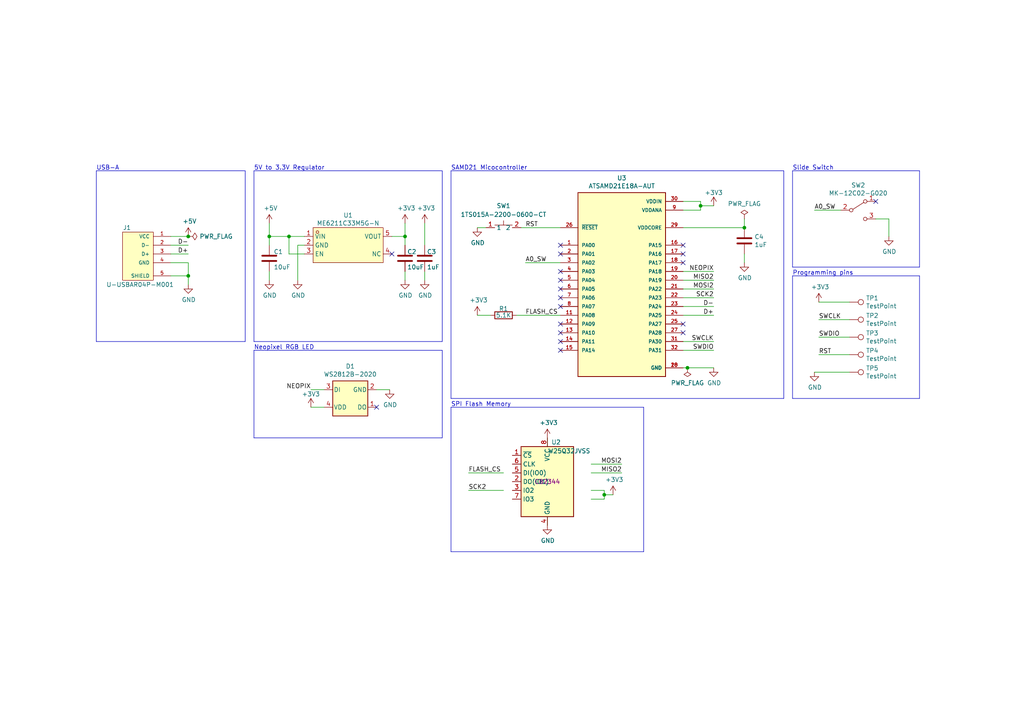
<source format=kicad_sch>
(kicad_sch (version 20230121) (generator eeschema)
  (paper "A4")
  (title_block (title "USB Nova") (date "2022-05-29") (rev "2") (company "Spacehuhn Technologies") (comment 1 "Designed with <3 by Stefan"))
  (lib_symbols
    (symbol "Connector:TestPoint" (pin_numbers hide) (pin_names (offset 0.762) hide)
      (property "Reference" "TP" (at 0 6.858 0))
      (property "Value" "TestPoint" (at 0 5.08 0))
      (symbol "TestPoint_0_1"
        (circle (center 0 3.302) (radius 0.762))
      )
      (symbol "TestPoint_1_1"
        (pin passive line (at 0 0 90) (length 2.54) (name "1") (number "1"))
      )
    )
    (symbol "Device:C" (pin_numbers hide) (pin_names (offset 0.254))
      (property "Reference" "C" (at 0.635 2.54 0))
      (property "Value" "C" (at 0.635 -2.54 0))
      (symbol "C_0_1"
        (polyline (pts (xy -2.032 -0.762) (xy 2.032 -0.762)) (stroke (width 0.508)))
        (polyline (pts (xy -2.032 0.762) (xy 2.032 0.762)) (stroke (width 0.508)))
      )
      (symbol "C_1_1"
        (pin passive line (at 0 3.81 270) (length 2.794) (name "~") (number "1"))
        (pin passive line (at 0 -3.81 90) (length 2.794) (name "~") (number "2"))
      )
    )
    (symbol "Device:R" (pin_numbers hide) (pin_names (offset 0))
      (property "Reference" "R" (at 2.032 0 90))
      (property "Value" "R" (at 0 0 90))
      (symbol "R_0_1"
        (rectangle (start -1.016 -2.54) (end 1.016 2.54) (stroke (width 0.254)))
      )
      (symbol "R_1_1"
        (pin passive line (at 0 3.81 270) (length 1.27) (name "~") (number "1"))
        (pin passive line (at 0 -3.81 90) (length 1.27) (name "~") (number "2"))
      )
    )
    (symbol "Memory_Flash:W25Q32JVSS"
      (property "Reference" "U" (at -6.35 11.43 0))
      (property "Value" "W25Q32JVSS" (at 7.62 11.43 0))
      (property "MPN" "C82344" (at 0 0 0))
      (symbol "W25Q32JVSS_0_1"
        (rectangle (start -7.62 10.16) (end 7.62 -10.16) (stroke (width 0.254)) (fill (type background)))
      )
      (symbol "W25Q32JVSS_1_1"
        (pin input line (at -10.16 7.62 0) (length 2.54) (name "~{CS}") (number "1"))
        (pin bidirectional line (at -10.16 0 0) (length 2.54) (name "DO(IO1)") (number "2"))
        (pin bidirectional line (at -10.16 -2.54 0) (length 2.54) (name "IO2") (number "3"))
        (pin power_in line (at 0 -12.7 90) (length 2.54) (name "GND") (number "4"))
        (pin bidirectional line (at -10.16 2.54 0) (length 2.54) (name "DI(IO0)") (number "5"))
        (pin input line (at -10.16 5.08 0) (length 2.54) (name "CLK") (number "6"))
        (pin bidirectional line (at -10.16 -5.08 0) (length 2.54) (name "IO3") (number "7"))
        (pin power_in line (at 0 12.7 270) (length 2.54) (name "VCC") (number "8"))
      )
    )
    (symbol "_mykicadlib:ATSAMD21E18A-AUT" (pin_names (offset 1.016))
      (property "Reference" "U3" (at 0 29.6418 0))
      (property "Value" "ATSAMD21E18A-AUT" (at 0 27.3304 0))
      (symbol "ATSAMD21E18A-AUT_0_0"
        (rectangle (start -12.7 -27.94) (end 12.7 25.4) (stroke (width 0.254)) (fill (type background)))
        (pin bidirectional line (at -17.78 10.16 0) (length 5.08) (name "PA00") (number "1"))
        (pin power_in line (at 17.78 -25.4 180) (length 5.08) (name "GND") (number "10"))
        (pin bidirectional line (at -17.78 -10.16 0) (length 5.08) (name "PA08") (number "11"))
        (pin bidirectional line (at -17.78 -12.7 0) (length 5.08) (name "PA09") (number "12"))
        (pin bidirectional line (at -17.78 -15.24 0) (length 5.08) (name "PA10") (number "13"))
        (pin bidirectional line (at -17.78 -17.78 0) (length 5.08) (name "PA11") (number "14"))
        (pin bidirectional line (at -17.78 -20.32 0) (length 5.08) (name "PA14") (number "15"))
        (pin bidirectional line (at 17.78 10.16 180) (length 5.08) (name "PA15") (number "16"))
        (pin bidirectional line (at 17.78 7.62 180) (length 5.08) (name "PA16") (number "17"))
        (pin bidirectional line (at 17.78 5.08 180) (length 5.08) (name "PA17") (number "18"))
        (pin bidirectional line (at 17.78 2.54 180) (length 5.08) (name "PA18") (number "19"))
        (pin bidirectional line (at -17.78 7.62 0) (length 5.08) (name "PA01") (number "2"))
        (pin bidirectional line (at 17.78 0 180) (length 5.08) (name "PA19") (number "20"))
        (pin bidirectional line (at 17.78 -2.54 180) (length 5.08) (name "PA22") (number "21"))
        (pin bidirectional line (at 17.78 -5.08 180) (length 5.08) (name "PA23") (number "22"))
        (pin bidirectional line (at 17.78 -7.62 180) (length 5.08) (name "PA24") (number "23"))
        (pin bidirectional line (at 17.78 -10.16 180) (length 5.08) (name "PA25") (number "24"))
        (pin bidirectional line (at 17.78 -12.7 180) (length 5.08) (name "PA27") (number "25"))
        (pin input line (at -17.78 15.24 0) (length 5.08) (name "~{RESET}") (number "26"))
        (pin bidirectional line (at 17.78 -15.24 180) (length 5.08) (name "PA28") (number "27"))
        (pin power_in line (at 17.78 -25.4 180) (length 5.08) (name "GND") (number "28"))
        (pin power_in line (at 17.78 15.24 180) (length 5.08) (name "VDDCORE") (number "29"))
        (pin bidirectional line (at -17.78 5.08 0) (length 5.08) (name "PA02") (number "3"))
        (pin power_in line (at 17.78 22.86 180) (length 5.08) (name "VDDIN") (number "30"))
        (pin bidirectional line (at 17.78 -17.78 180) (length 5.08) (name "PA30") (number "31"))
        (pin bidirectional line (at 17.78 -20.32 180) (length 5.08) (name "PA31") (number "32"))
        (pin bidirectional line (at -17.78 2.54 0) (length 5.08) (name "PA03") (number "4"))
        (pin bidirectional line (at -17.78 0 0) (length 5.08) (name "PA04") (number "5"))
        (pin bidirectional line (at -17.78 -2.54 0) (length 5.08) (name "PA05") (number "6"))
        (pin bidirectional line (at -17.78 -5.08 0) (length 5.08) (name "PA06") (number "7"))
        (pin bidirectional line (at -17.78 -7.62 0) (length 5.08) (name "PA07") (number "8"))
        (pin power_in line (at 17.78 20.32 180) (length 5.08) (name "VDDANA") (number "9"))
      )
    )
    (symbol "_mykicadlib:ME6211C33M5G-N"
      (property "Reference" "U" (at 0 7.62 0))
      (property "Value" "ME6211C33M5G-N" (at 0 -7.62 0))
      (symbol "ME6211C33M5G-N_0_1"
        (rectangle (start -10.16 5.08) (end 10.16 -5.08) (fill (type background)))
        (circle (center -8.89 3.81) (radius 0.38))
        (pin unspecified line (at -12.7 2.54 0) (length 2.54) (name "VIN") (number "1"))
        (pin unspecified line (at -12.7 0 0) (length 2.54) (name "GND") (number "2"))
        (pin unspecified line (at -12.7 -2.54 0) (length 2.54) (name "EN") (number "3"))
        (pin unspecified line (at 12.7 -2.54 180) (length 2.54) (name "NC") (number "4"))
        (pin unspecified line (at 12.7 2.54 180) (length 2.54) (name "VOUT") (number "5"))
      )
    )
    (symbol "_mykicadlib:SW_1TS015A-2200-0600-CT"
      (property "Reference" "SW1" (at 0 5.6048 0))
      (property "Value" "1TS015A-2200-0600-CT" (at 0 3.0679 0))
      (symbol "SW_1TS015A-2200-0600-CT_0_1"
        (polyline (pts (xy -5.08 0) (xy -3.048 0)))
        (polyline (pts (xy 0 2.032) (xy 0 0.762)))
        (polyline (pts (xy 2.54 0.762) (xy -2.54 0.762)))
        (polyline (pts (xy 5.08 0) (xy 2.794 0)))
        (pin unspecified line (at -5.08 0 0) (length 2.54) (name "1") (number "1"))
        (pin unspecified line (at 5.08 0 180) (length 2.54) (name "2") (number "2"))
      )
    )
    (symbol "_mykicadlib:SW_MK-12C02-G020" (pin_names (offset 0) hide)
      (property "Reference" "SW2" (at 0 7.239 0))
      (property "Value" "MK-12C02-G020" (at 0 4.9276 0))
      (symbol "SW_MK-12C02-G020_0_0"
        (circle (center -2.032 0) (radius 0.508))
        (circle (center 2.032 -2.54) (radius 0.508))
      )
      (symbol "SW_MK-12C02-G020_0_1"
        (polyline (pts (xy -1.524 0.254) (xy 1.651 2.286)))
        (circle (center 2.032 2.54) (radius 0.508))
      )
      (symbol "SW_MK-12C02-G020_1_1"
        (pin passive line (at 5.08 2.54 180) (length 2.54) (name "A") (number "1"))
        (pin passive line (at -5.08 0 0) (length 2.54) (name "B") (number "2"))
        (pin passive line (at 5.08 -2.54 180) (length 2.54) (name "C") (number "3"))
      )
    )
    (symbol "_mykicadlib:USB-A_Plug_THT_U-USBAR04P-M001" (pin_names (offset 1.016))
      (property "Reference" "J1" (at -2.54 7.62 0))
      (property "Value" "U-USBAR04P-M001" (at 1.27 -8.89 0))
      (symbol "USB-A_Plug_THT_U-USBAR04P-M001_0_0"
        (rectangle (start -3.81 6.35) (end 5.08 -7.62) (fill (type background)))
        (pin power_in line (at 10.16 5.08 180) (length 5.08) (name "VCC") (number "1"))
        (pin bidirectional line (at 10.16 2.54 180) (length 5.08) (name "D-") (number "2"))
        (pin bidirectional line (at 10.16 0 180) (length 5.08) (name "D+") (number "3"))
        (pin power_in line (at 10.16 -2.54 180) (length 5.08) (name "GND") (number "4"))
        (pin passive line (at 10.16 -6.35 180) (length 5.08) (name "SHIELD") (number "5"))
      )
    )
    (symbol "_mykicadlib:WS2812B-2020" (pin_names (offset 0.254))
      (property "Reference" "LED1" (at 0 8.89 0))
      (property "Value" "WS2812B-2020" (at 0 6.35 0))
      (symbol "WS2812B-2020_0_1"
        (rectangle (start 5.08 5.08) (end -5.08 -5.08) (stroke (width 0.254)) (fill (type background)))
      )
      (symbol "WS2812B-2020_1_1"
        (pin output line (at 7.62 -2.54 180) (length 2.54) (name "DO") (number "1"))
        (pin power_in line (at 7.62 2.54 180) (length 2.54) (name "GND") (number "2"))
        (pin input line (at -7.62 2.54 0) (length 2.54) (name "DI") (number "3"))
        (pin power_in line (at -7.62 -2.54 0) (length 2.54) (name "VDD") (number "4"))
      )
    )
    (symbol "power:+3V3" (power) (pin_names (offset 0))
      (property "Value" "+3V3" (at 0 3.556 0))
      (symbol "+3V3_0_1"
        (polyline (pts (xy -0.762 1.27) (xy 0 2.54)))
        (polyline (pts (xy 0 0) (xy 0 2.54)))
        (polyline (pts (xy 0 2.54) (xy 0.762 1.27)))
      )
      (symbol "+3V3_1_1"
        (pin power_in line (at 0 0 90) (length 0) hide (name "+3V3") (number "1"))
      )
    )
    (symbol "power:+5V" (power) (pin_names (offset 0))
      (property "Value" "+5V" (at 0 3.556 0))
      (symbol "+5V_0_1"
        (polyline (pts (xy -0.762 1.27) (xy 0 2.54)))
        (polyline (pts (xy 0 0) (xy 0 2.54)))
        (polyline (pts (xy 0 2.54) (xy 0.762 1.27)))
      )
      (symbol "+5V_1_1"
        (pin power_in line (at 0 0 90) (length 0) hide (name "+5V") (number "1"))
      )
    )
    (symbol "power:GND" (power) (pin_names (offset 0))
      (property "Value" "GND" (at 0 -3.81 0))
      (symbol "GND_0_1"
        (polyline (pts (xy 0 0) (xy 0 -1.27) (xy 1.27 -1.27) (xy 0 -2.54) (xy -1.27 -1.27) (xy 0 -1.27)))
      )
      (symbol "GND_1_1"
        (pin power_in line (at 0 0 270) (length 0) hide (name "GND") (number "1"))
      )
    )
    (symbol "power:PWR_FLAG" (power) (pin_numbers hide) (pin_names (offset 0) hide)
      (property "Value" "PWR_FLAG" (at 0 3.81 0))
      (symbol "PWR_FLAG_0_0"
        (pin power_out line (at 0 0 90) (length 0) (name "pwr") (number "1"))
      )
      (symbol "PWR_FLAG_0_1"
        (polyline (pts (xy 0 0) (xy 0 1.27) (xy -1.016 1.905) (xy 0 2.54) (xy 1.016 1.905) (xy 0 1.27)))
      )
    )
  )
  (junction (at 203.2 59.69))
  (junction (at 83.82 68.58))
  (junction (at 54.61 80.01))
  (junction (at 199.39 106.68))
  (junction (at 54.61 68.58))
  (junction (at 175.26 143.51))
  (junction (at 117.475 68.58))
  (junction (at 78.105 68.58))
  (junction (at 215.9 66.04))
  (no_connect (at 254 58.42))
  (no_connect (at 162.56 71.12))
  (no_connect (at 162.56 73.66))
  (no_connect (at 198.12 73.66))
  (no_connect (at 162.56 86.36))
  (no_connect (at 198.12 71.12))
  (no_connect (at 198.12 96.52))
  (no_connect (at 162.56 83.82))
  (no_connect (at 198.12 76.2))
  (no_connect (at 162.56 88.9))
  (no_connect (at 162.56 93.98))
  (no_connect (at 198.12 93.98))
  (no_connect (at 162.56 101.6))
  (no_connect (at 162.56 99.06))
  (no_connect (at 109.22 118.11))
  (no_connect (at 113.665 73.66))
  (no_connect (at 162.56 96.52))
  (no_connect (at 162.56 78.74))
  (no_connect (at 162.56 81.28))
  (wire (pts (xy 171.45 144.78) (xy 175.26 144.78)))
  (wire (pts (xy 198.12 83.82) (xy 207.01 83.82)))
  (wire (pts (xy 78.105 68.58) (xy 78.105 71.12)))
  (polyline (pts (xy 266.7 115.57) (xy 229.87 115.57)))
  (polyline (pts (xy 227.33 115.57) (xy 227.33 49.53)))
  (wire (pts (xy 158.75 129.54) (xy 158.75 127)))
  (polyline (pts (xy 130.81 118.11) (xy 186.69 118.11)))
  (wire (pts (xy 175.26 144.78) (xy 175.26 143.51)))
  (polyline (pts (xy 229.87 49.53) (xy 229.87 77.47)))
  (polyline (pts (xy 73.66 49.53) (xy 73.66 99.06)))
  (wire (pts (xy 246.38 102.87) (xy 237.49 102.87)))
  (polyline (pts (xy 71.12 49.53) (xy 71.12 99.06)))
  (polyline (pts (xy 27.94 49.53) (xy 71.12 49.53)))
  (wire (pts (xy 109.22 113.03) (xy 113.03 113.03)))
  (wire (pts (xy 158.75 152.4) (xy 158.75 149.86)))
  (wire (pts (xy 257.81 63.5) (xy 257.81 68.58)))
  (wire (pts (xy 54.61 76.2) (xy 54.61 80.01)))
  (polyline (pts (xy 128.27 101.6) (xy 73.66 101.6)))
  (wire (pts (xy 49.53 80.01) (xy 54.61 80.01)))
  (wire (pts (xy 117.475 68.58) (xy 117.475 71.12)))
  (wire (pts (xy 198.12 81.28) (xy 207.01 81.28)))
  (wire (pts (xy 54.61 80.01) (xy 54.61 82.55)))
  (wire (pts (xy 203.2 59.69) (xy 207.01 59.69)))
  (wire (pts (xy 171.45 137.16) (xy 180.34 137.16)))
  (wire (pts (xy 246.38 107.95) (xy 236.22 107.95)))
  (wire (pts (xy 171.45 134.62) (xy 180.34 134.62)))
  (polyline (pts (xy 27.94 99.06) (xy 27.94 49.53)))
  (wire (pts (xy 151.13 66.04) (xy 162.56 66.04)))
  (polyline (pts (xy 71.12 99.06) (xy 27.94 99.06)))
  (wire (pts (xy 152.4 76.2) (xy 162.56 76.2)))
  (wire (pts (xy 198.12 86.36) (xy 207.01 86.36)))
  (wire (pts (xy 78.105 81.28) (xy 78.105 78.74)))
  (wire (pts (xy 171.45 142.24) (xy 175.26 142.24)))
  (wire (pts (xy 93.98 113.03) (xy 90.17 113.03)))
  (polyline (pts (xy 130.81 160.02) (xy 130.81 118.11)))
  (polyline (pts (xy 229.87 77.47) (xy 266.7 77.47)))
  (wire (pts (xy 215.9 73.66) (xy 215.9 76.2)))
  (wire (pts (xy 83.82 73.66) (xy 88.265 73.66)))
  (polyline (pts (xy 266.7 49.53) (xy 229.87 49.53)))
  (wire (pts (xy 78.105 64.77) (xy 78.105 68.58)))
  (wire (pts (xy 117.475 64.77) (xy 117.475 68.58)))
  (wire (pts (xy 83.82 68.58) (xy 83.82 73.66)))
  (wire (pts (xy 246.38 97.79) (xy 237.49 97.79)))
  (polyline (pts (xy 130.81 49.53) (xy 130.81 115.57)))
  (polyline (pts (xy 229.87 80.01) (xy 266.7 80.01)))
  (wire (pts (xy 198.12 99.06) (xy 207.01 99.06)))
  (polyline (pts (xy 73.66 101.6) (xy 73.66 127)))
  (wire (pts (xy 138.43 66.04) (xy 140.97 66.04)))
  (wire (pts (xy 175.26 142.24) (xy 175.26 143.51)))
  (wire (pts (xy 198.12 66.04) (xy 215.9 66.04)))
  (polyline (pts (xy 130.81 115.57) (xy 227.33 115.57)))
  (wire (pts (xy 246.38 92.71) (xy 237.49 92.71)))
  (wire (pts (xy 90.17 118.11) (xy 93.98 118.11)))
  (wire (pts (xy 49.53 73.66) (xy 54.61 73.66)))
  (polyline (pts (xy 73.66 127) (xy 128.27 127)))
  (wire (pts (xy 78.105 68.58) (xy 83.82 68.58)))
  (wire (pts (xy 246.38 87.63) (xy 237.49 87.63)))
  (wire (pts (xy 203.2 58.42) (xy 203.2 59.69)))
  (polyline (pts (xy 128.27 49.53) (xy 73.66 49.53)))
  (wire (pts (xy 198.12 101.6) (xy 207.01 101.6)))
  (wire (pts (xy 198.12 88.9) (xy 207.01 88.9)))
  (wire (pts (xy 135.89 137.16) (xy 146.05 137.16)))
  (wire (pts (xy 123.19 64.77) (xy 123.19 71.12)))
  (wire (pts (xy 86.36 71.12) (xy 86.36 81.28)))
  (polyline (pts (xy 130.81 160.02) (xy 186.69 160.02)))
  (wire (pts (xy 83.82 68.58) (xy 88.265 68.58)))
  (wire (pts (xy 142.24 91.44) (xy 138.43 91.44)))
  (wire (pts (xy 146.05 142.24) (xy 135.89 142.24)))
  (wire (pts (xy 198.12 78.74) (xy 207.01 78.74)))
  (wire (pts (xy 199.39 106.68) (xy 207.01 106.68)))
  (wire (pts (xy 198.12 106.68) (xy 199.39 106.68)))
  (wire (pts (xy 254 63.5) (xy 257.81 63.5)))
  (wire (pts (xy 54.61 71.12) (xy 49.53 71.12)))
  (wire (pts (xy 88.265 71.12) (xy 86.36 71.12)))
  (wire (pts (xy 243.84 60.96) (xy 236.22 60.96)))
  (wire (pts (xy 198.12 91.44) (xy 207.01 91.44)))
  (polyline (pts (xy 266.7 49.53) (xy 266.7 77.47)))
  (wire (pts (xy 203.2 59.69) (xy 203.2 60.96)))
  (wire (pts (xy 49.53 76.2) (xy 54.61 76.2)))
  (wire (pts (xy 198.12 58.42) (xy 203.2 58.42)))
  (wire (pts (xy 149.86 91.44) (xy 162.56 91.44)))
  (polyline (pts (xy 229.87 115.57) (xy 229.87 80.01)))
  (wire (pts (xy 123.19 81.28) (xy 123.19 78.74)))
  (wire (pts (xy 215.9 63.5) (xy 215.9 66.04)))
  (polyline (pts (xy 128.27 99.06) (xy 128.27 49.53)))
  (wire (pts (xy 175.26 143.51) (xy 177.8 143.51)))
  (polyline (pts (xy 266.7 80.01) (xy 266.7 115.57)))
  (wire (pts (xy 117.475 81.28) (xy 117.475 78.74)))
  (wire (pts (xy 49.53 68.58) (xy 54.61 68.58)))
  (wire (pts (xy 198.12 60.96) (xy 203.2 60.96)))
  (polyline (pts (xy 186.69 118.11) (xy 186.69 160.02)))
  (polyline (pts (xy 227.33 49.53) (xy 130.81 49.53)))
  (wire (pts (xy 113.665 68.58) (xy 117.475 68.58)))
  (polyline (pts (xy 128.27 127) (xy 128.27 101.6)))
  (polyline (pts (xy 73.66 99.06) (xy 128.27 99.06)))
  (text "Neopixel RGB LED" (at 73.66 101.6 0) (effects (font (size 1.27 1.27)) (justify left bottom)))
  (text "USB-A" (at 27.94 49.53 0) (effects (font (size 1.27 1.27)) (justify left bottom)))
  (text "SAMD21 Micocontroller\n" (at 130.81 49.53 0) (effects (font (size 1.27 1.27)) (justify left bottom)))
  (text "Slide Switch" (at 229.87 49.53 0) (effects (font (size 1.27 1.27)) (justify left bottom)))
  (text "Programming pins" (at 229.87 80.01 0) (effects (font (size 1.27 1.27)) (justify left bottom)))
  (text "5V to 3.3V Regulator" (at 73.66 49.53 0) (effects (font (size 1.27 1.27)) (justify left bottom)))
  (text "SPI Flash Memory" (at 130.81 118.11 0) (effects (font (size 1.27 1.27)) (justify left bottom)))
  (label "MOSI2" (at 180.34 134.62 180))
  (label "SWCLK" (at 207.01 99.06 180))
  (label "SWCLK" (at 237.49 92.71 0))
  (label "FLASH_CS" (at 152.4 91.44 0))
  (label "RST" (at 152.4 66.04 0))
  (label "FLASH_CS" (at 135.89 137.16 0))
  (label "SCK2" (at 207.01 86.36 180))
  (label "MOSI2" (at 207.01 83.82 180))
  (label "D+" (at 54.61 73.66 180))
  (label "D-" (at 54.61 71.12 180))
  (label "SWDIO" (at 237.49 97.79 0))
  (label "A0_SW" (at 152.4 76.2 0))
  (label "NEOPIX" (at 207.01 78.74 180))
  (label "MISO2" (at 207.01 81.28 180))
  (label "D-" (at 207.01 88.9 180))
  (label "SCK2" (at 135.89 142.24 0))
  (label "SWDIO" (at 207.01 101.6 180))
  (label "RST" (at 237.49 102.87 0))
  (label "MISO2" (at 180.34 137.16 180))
  (label "D+" (at 207.01 91.44 180))
  (label "NEOPIX" (at 90.17 113.03 180))
  (label "A0_SW" (at 236.22 60.96 0))
  (symbol (lib_id "_mykicadlib:USB-A_Plug_THT_U-USBAR04P-M001") (at 39.37 73.66 0) (unit 1)
    (property "Reference" "J1" (at 36.83 66.04 0))
    (property "Value" "U-USBAR04P-M001" (at 40.64 82.55 0))
    (property "Footprint" "_mykicadlib:USB-A_Plug_THT_U-USBAR04P-M001" (effects hide))
    (property "Datasheet" "https://datasheet.lcsc.com/lcsc/1811131820_Korean-Hroparts-Elec-U-G-O4DD-W-1_C98125.pdf" (effects hide))
    (property "Part#" "U-USBAR04P-M001" (effects hide))
    (property "MPN" "C386753" (effects hide))
  )
  (symbol (lib_id "_mykicadlib:ME6211C33M5G-N") (at 100.965 71.12 0) (unit 1)
    (property "Reference" "U1" (at 100.965 62.4332 0))
    (property "Value" "ME6211C33M5G-N" (at 100.965 64.7446 0))
    (property "Footprint" "_mykicadlib:SOT-25-5_ME6211C33M5G" (effects hide))
    (property "Datasheet" "https://lcsc.com/product-detail/Low-Dropout-Regulators-LDO_DIODES_AP2112K-3-3TRG1_AP2112K-3-3TRG1_C51118.html" (effects hide))
    (property "LCSC#" "C82942" (effects hide))
    (property "MPN" "C82942" (effects hide))
  )
  (symbol (lib_id "_mykicadlib:WS2812B-2020") (at 101.6 115.57 0) (unit 1)
    (property "Reference" "D1" (at 101.6 106.2482 0))
    (property "Value" "WS2812B-2020" (at 101.6 108.5596 0))
    (property "Footprint" "_mykicadlib:LED-SMD_4P-L2.0-W2.0-TL_WS2812B-2020" (effects hide))
    (property "Datasheet" "https://datasheet.lcsc.com/lcsc/2012110135_Worldsemi-WS2812B-2020_C965555.pdf" (effects hide))
    (property "LCSC#" "C965555" (effects hide))
    (property "Part#" "WS2812B-2020" (effects hide))
    (property "MPN" "C965555" (effects hide))
  )
  (symbol (lib_id "_mykicadlib:ATSAMD21E18A-AUT") (at 180.34 81.28 0) (unit 1)
    (property "Reference" "U3" (at 180.34 51.6382 0))
    (property "Value" "ATSAMD21E18A-AUT" (at 180.34 53.9496 0))
    (property "Footprint" "_mykicadlib:ATSAMD21E18A-AUT" (effects hide))
    (property "Datasheet" "https://www.mouser.de/datasheet/2/268/mchp_s_a0010084422_1-2274877.pdf" (effects hide))
    (property "Part#" "ATSAMD21E18A-AU" (effects hide))
    (property "Mouser#" "556-ATSAMD21E18A-AU " (effects hide))
    (property "Digikey#" "ATSAMD21E18A-AU-ND" (effects hide))
    (property "LCSC#" "C1339245" (effects hide))
    (property "MPN" "C1339245" (effects hide))
  )
  (symbol (lib_id "power:GND") (at 54.61 82.55 0) (unit 1)
    (property "Reference" "#PWR02" (effects hide))
    (property "Value" "GND" (at 54.737 86.9442 0))
  )
  (symbol (lib_id "power:+3V3") (at 90.17 118.11 0) (unit 1)
    (property "Reference" "#PWR05" (effects hide))
    (property "Value" "+3V3" (at 90.17 114.3 0))
  )
  (symbol (lib_id "power:GND") (at 113.03 113.03 0) (unit 1)
    (property "Reference" "#PWR09" (effects hide))
    (property "Value" "GND" (at 113.157 117.4242 0))
  )
  (symbol (lib_id "Memory_Flash:W25Q32JVSS") (at 158.75 139.7 0) (unit 1)
    (property "Reference" "U2" (at 161.29 128.27 0))
    (property "Value" "W25Q32JVSS" (at 165.1 130.81 0))
    (property "Footprint" "_mykicadlib:SOIC-8_5.23x5.23mm_P1.27mm" (effects hide))
    (property "Datasheet" "http://www.winbond.com/resource-files/w25q32jv%20revg%2003272018%20plus.pdf" (effects hide))
    (property "MPN" "C82344" (at 158.75 139.7 0))
  )
  (symbol (lib_id "power:GND") (at 158.75 152.4 0) (unit 1)
    (property "Reference" "#PWR015" (effects hide))
    (property "Value" "GND" (at 158.877 156.7942 0))
  )
  (symbol (lib_id "power:+3V3") (at 158.75 127 0) (unit 1)
    (property "Reference" "#PWR014" (effects hide))
    (property "Value" "+3V3" (at 159.131 122.6058 0))
  )
  (symbol (lib_id "power:GND") (at 86.36 81.28 0) (unit 1)
    (property "Reference" "#PWR06" (effects hide))
    (property "Value" "GND" (at 86.487 85.6742 0))
  )
  (symbol (lib_id "power:+3V3") (at 117.475 64.77 0) (unit 1)
    (property "Reference" "#PWR07" (effects hide))
    (property "Value" "+3V3" (at 117.856 60.3758 0))
  )
  (symbol (lib_id "Device:C") (at 117.475 74.93 0) (unit 1)
    (property "Reference" "C2" (at 118.11 73.025 0) (effects (justify left)))
    (property "Value" "10uF" (at 118.11 77.47 0) (effects (justify left)))
    (property "Footprint" "Capacitor_SMD:C_0603_1608Metric" (effects hide))
  )
  (symbol (lib_id "Device:C") (at 123.19 74.93 0) (unit 1)
    (property "Reference" "C3" (at 123.825 73.025 0) (effects (justify left)))
    (property "Value" "1uF" (at 123.825 77.47 0) (effects (justify left)))
    (property "Footprint" "Capacitor_SMD:C_0603_1608Metric" (effects hide))
  )
  (symbol (lib_id "Device:C") (at 78.105 74.93 0) (unit 1)
    (property "Reference" "C1" (at 79.375 73.025 0) (effects (justify left)))
    (property "Value" "10uF" (at 79.375 77.47 0) (effects (justify left)))
    (property "Footprint" "Capacitor_SMD:C_0603_1608Metric" (effects hide))
  )
  (symbol (lib_id "power:GND") (at 117.475 81.28 0) (unit 1)
    (property "Reference" "#PWR08" (effects hide))
    (property "Value" "GND" (at 117.602 85.6742 0))
  )
  (symbol (lib_id "power:GND") (at 123.19 81.28 0) (unit 1)
    (property "Reference" "#PWR011" (effects hide))
    (property "Value" "GND" (at 123.317 85.6742 0))
  )
  (symbol (lib_id "power:GND") (at 78.105 81.28 0) (unit 1)
    (property "Reference" "#PWR04" (effects hide))
    (property "Value" "GND" (at 78.232 85.6742 0))
  )
  (symbol (lib_id "power:+3V3") (at 123.19 64.77 0) (unit 1)
    (property "Reference" "#PWR010" (effects hide))
    (property "Value" "+3V3" (at 123.571 60.3758 0))
  )
  (symbol (lib_id "power:+5V") (at 78.105 64.77 0) (unit 1)
    (property "Reference" "#PWR03" (effects hide))
    (property "Value" "+5V" (at 78.486 60.3758 0))
  )
  (symbol (lib_id "power:+3V3") (at 177.8 143.51 0) (unit 1)
    (property "Reference" "#PWR016" (effects hide))
    (property "Value" "+3V3" (at 178.181 139.1158 0))
  )
  (symbol (lib_id "power:GND") (at 207.01 106.68 0) (unit 1)
    (property "Reference" "#PWR020" (effects hide))
    (property "Value" "GND" (at 207.137 111.0742 0))
  )
  (symbol (lib_id "Device:C") (at 215.9 69.85 0) (unit 1)
    (property "Reference" "C4" (at 218.821 68.6816 0) (effects (justify left)))
    (property "Value" "1uF" (at 218.821 70.993 0) (effects (justify left)))
    (property "Footprint" "Capacitor_SMD:C_0603_1608Metric" (effects hide))
  )
  (symbol (lib_id "power:GND") (at 215.9 76.2 0) (unit 1)
    (property "Reference" "#PWR021" (effects hide))
    (property "Value" "GND" (at 216.027 80.5942 0))
  )
  (symbol (lib_id "power:+3V3") (at 207.01 59.69 0) (unit 1)
    (property "Reference" "#PWR019" (effects hide))
    (property "Value" "+3V3" (at 207.01 55.88 0))
  )
  (symbol (lib_id "Device:R") (at 146.05 91.44 270) (unit 1)
    (property "Reference" "R1" (at 146.05 89.535 90))
    (property "Value" "5.1K" (at 146.05 91.44 90))
    (property "Footprint" "Resistor_SMD:R_0603_1608Metric" (effects hide))
  )
  (symbol (lib_id "power:+3V3") (at 138.43 91.44 0) (unit 1)
    (property "Reference" "#PWR013" (effects hide))
    (property "Value" "+3V3" (at 138.811 87.0458 0))
  )
  (symbol (lib_id "power:GND") (at 138.43 66.04 0) (unit 1)
    (property "Reference" "#PWR012" (effects hide))
    (property "Value" "GND" (at 138.557 70.4342 0))
  )
  (symbol (lib_id "power:+5V") (at 54.61 68.58 0) (unit 1)
    (property "Reference" "#PWR01" (effects hide))
    (property "Value" "+5V" (at 54.991 64.1858 0))
  )
  (symbol (lib_id "power:GND") (at 257.81 68.58 0) (unit 1)
    (property "Reference" "#PWR024" (effects hide))
    (property "Value" "GND" (at 257.937 72.9742 0))
  )
  (symbol (lib_id "Connector:TestPoint") (at 246.38 87.63 270) (unit 1) (in_bom no)
    (property "Reference" "TP1" (at 251.1552 86.4616 90) (effects (justify left)))
    (property "Value" "TestPoint" (at 251.1552 88.773 90) (effects (justify left)))
    (property "Footprint" "TestPoint:TestPoint_Pad_D1.5mm" (effects hide))
  )
  (symbol (lib_id "Connector:TestPoint") (at 246.38 92.71 270) (unit 1) (in_bom no)
    (property "Reference" "TP2" (at 251.1552 91.5416 90) (effects (justify left)))
    (property "Value" "TestPoint" (at 251.1552 93.853 90) (effects (justify left)))
    (property "Footprint" "TestPoint:TestPoint_Pad_D1.5mm" (effects hide))
  )
  (symbol (lib_id "Connector:TestPoint") (at 246.38 97.79 270) (unit 1)
    (property "Reference" "TP3" (at 251.1552 96.6216 90) (effects (justify left)))
    (property "Value" "TestPoint" (at 251.1552 98.933 90) (effects (justify left)))
    (property "Footprint" "TestPoint:TestPoint_Pad_D1.5mm" (effects hide))
  )
  (symbol (lib_id "Connector:TestPoint") (at 246.38 102.87 270) (unit 1)
    (property "Reference" "TP4" (at 251.1552 101.7016 90) (effects (justify left)))
    (property "Value" "TestPoint" (at 251.1552 104.013 90) (effects (justify left)))
    (property "Footprint" "TestPoint:TestPoint_Pad_D1.5mm" (effects hide))
  )
  (symbol (lib_id "power:GND") (at 236.22 107.95 0) (unit 1)
    (property "Reference" "#PWR018" (effects hide))
    (property "Value" "GND" (at 236.347 112.3442 0))
  )
  (symbol (lib_id "power:+3V3") (at 237.49 87.63 0) (unit 1)
    (property "Reference" "#PWR017" (effects hide))
    (property "Value" "+3V3" (at 237.871 83.2358 0))
  )
  (symbol (lib_id "power:PWR_FLAG") (at 54.61 68.58 270) (unit 1)
    (property "Reference" "#FLG01" (effects hide))
    (property "Value" "PWR_FLAG" (at 57.8612 68.58 90) (effects (justify left)))
  )
  (symbol (lib_id "power:PWR_FLAG") (at 199.39 106.68 180) (unit 1)
    (property "Reference" "#FLG02" (effects hide))
    (property "Value" "PWR_FLAG" (at 199.39 111.0742 0))
  )
  (symbol (lib_id "power:PWR_FLAG") (at 215.9 63.5 0) (unit 1)
    (property "Reference" "#FLG03" (effects hide))
    (property "Value" "PWR_FLAG" (at 215.9 59.1058 0))
  )
  (symbol (lib_id "_mykicadlib:SW_MK-12C02-G020") (at 248.92 60.96 0) (unit 1)
    (property "Reference" "SW2" (at 248.92 53.721 0))
    (property "Value" "MK-12C02-G020" (at 248.92 56.0324 0))
    (property "Footprint" "_mykicadlib:SW_MK-12C02-G020" (effects hide))
    (property "LCSC#" "C963206" (effects hide))
    (property "MPN" "C963206" (effects hide))
  )
  (symbol (lib_id "Connector:TestPoint") (at 246.38 107.95 270) (unit 1)
    (property "Reference" "TP5" (at 251.1552 106.7816 90) (effects (justify left)))
    (property "Value" "TestPoint" (at 251.1552 109.093 90) (effects (justify left)))
    (property "Footprint" "TestPoint:TestPoint_Pad_D1.5mm" (effects hide))
  )
  (symbol (lib_id "_mykicadlib:SW_1TS015A-2200-0600-CT") (at 146.05 66.04 0) (unit 1)
    (property "Reference" "SW1" (at 146.05 59.69 0))
    (property "Value" "1TS015A-2200-0600-CT" (at 146.05 62.23 0))
    (property "Footprint" "_mykicadlib:SW-SMD_L3.0-W2.0-LS3.5" (effects hide))
    (property "Datasheet" "https://lcsc.com/product-detail/New-Arrivals_HYP-Hongyuan-Precision-1TS015A-2200-0600-CT_C398748.html" (effects hide))
    (property "Manufacturer" "HYP (Hongyuan Precision)" (effects hide))
    (property "LCSC Part" "C398748" (effects hide))
    (property "JLC Part" "Extended Part" (effects hide))
    (property "MPN" "C398748" (effects hide))
  )
)
</source>
